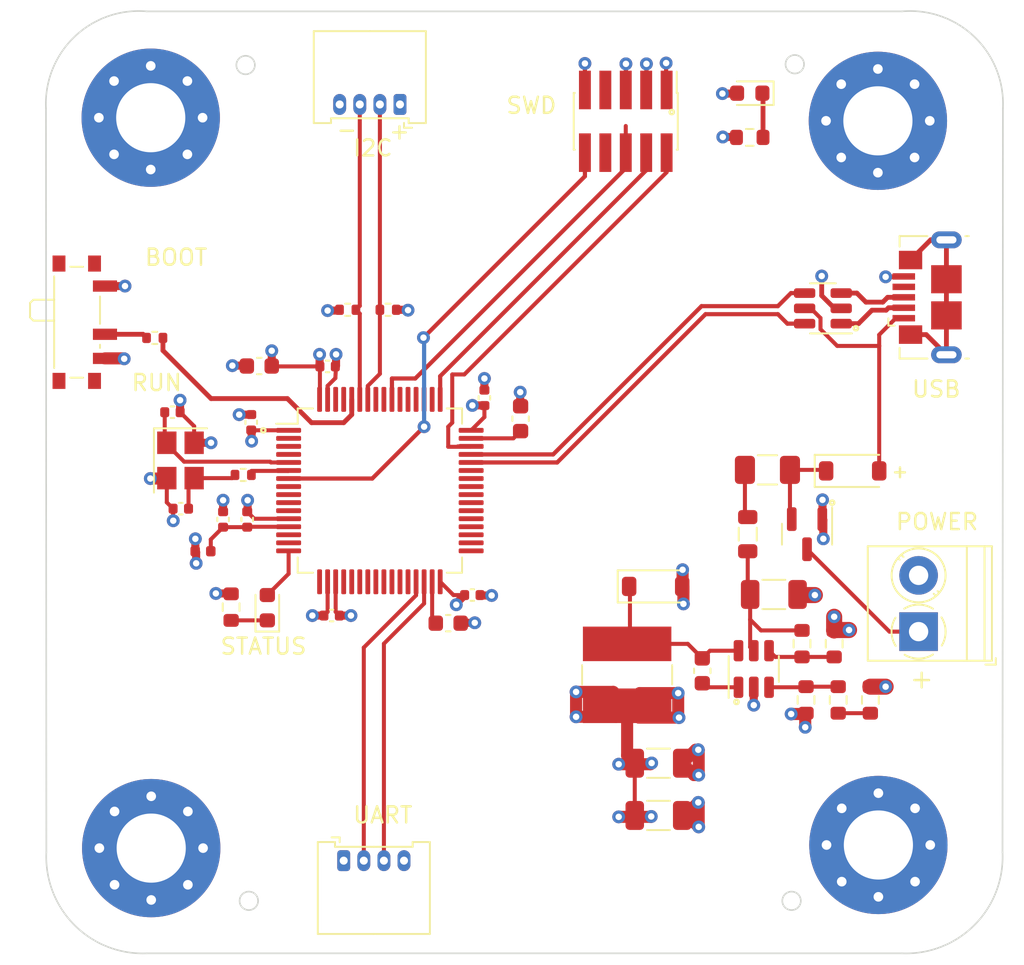
<source format=kicad_pcb>
(kicad_pcb (version 20221018) (generator pcbnew)
  (title_block (date "2023-07-29"))
  (layers (0 "F.Cu" signal) (1 "In1.Cu" power) (2 "In2.Cu" power) (31 "B.Cu" signal) (34 "B.Paste" user) (35 "F.Paste" user) (36 "B.SilkS" user "B.Silkscreen") (37 "F.SilkS" user "F.Silkscreen") (38 "B.Mask" user) (39 "F.Mask" user) (44 "Edge.Cuts" user))
  (net 0 "")
  (net 1 "Net-(U1-VCAP_2)")
  (net 2 "GND")
  (net 3 "Net-(U1-VCAP_1)")
  (net 4 "+3.3V")
  (net 5 "HSE_IN")
  (net 6 "Net-(C12-Pad1)")
  (net 7 "BUCK_IN")
  (net 8 "BUCK_BST")
  (net 9 "BUCK_SW")
  (net 10 "Net-(D1-K)")
  (net 11 "LED_STATUS")
  (net 12 "Net-(D3-K)")
  (net 13 "+5V")
  (net 14 "Net-(D4-K)")
  (net 15 "+12V")
  (net 16 "SWDIO")
  (net 17 "SWCLK")
  (net 18 "SWO")
  (net 19 "unconnected-(J2-Pin_7-Pad7)")
  (net 21 "NRST")
  (net 22 "I2C1_SCL")
  (net 23 "I2C1_SDA")
  (net 24 "USART3_TX")
  (net 25 "USART3_RX")
  (net 26 "USB_CONN_D-")
  (net 27 "USB_CONN_D+")
  (net 29 "unconnected-(J5-Shield-Pad6)")
  (net 30 "BUCK_FB")
  (net 31 "BUCK_EN")
  (net 32 "BOOT0")
  (net 33 "Net-(SW1-B)")
  (net 34 "HSE_OUT")
  (net 35 "Net-(R7-Pad2)")
  (net 43 "+3.3VA")
  (net 67 "USB_D-")
  (net 68 "USB_D+")
  (net 78 "Net-(F1-Pad1)")
  (footprint "Connector_Molex:Molex_PicoBlade_53048-0410_1x04_P1.25mm_Horizontal" (layer "F.Cu") (at 131.5 82.45 180)
    (fp_text reference "J3")
    (fp_text value "Conn_01x04")
  )
  (footprint "Inductor_SMD:L_TracoPower_TCK-047_5.2x5.8mm" (layer "F.Cu") (at 145.625 117.9375 -90)
    (fp_text reference "L2")
    (fp_text value "10u")
  )
  (footprint "Capacitor_SMD:C_0402_1005Metric" (layer "F.Cu") (at 117.87 107.6 180)
    (fp_text reference "C12")
    (fp_text value "12p")
  )
  (footprint "Capacitor_SMD:C_1206_3216Metric" (layer "F.Cu") (at 147.575 123.4375 180)
    (fp_text reference "C15")
    (fp_text value "10u")
  )
  (footprint "Capacitor_SMD:C_0402_1005Metric" (layer "F.Cu") (at 127.25 114.25 180)
    (fp_text reference "C5")
    (fp_text value "100n")
  )
  (footprint "MountingHole:MountingHole_4.3mm_M4_Pad_Via" (layer "F.Cu") (at 161.25 128.525)
    (fp_text reference "H2")
    (fp_text value "MountingHole_Pad")
  )
  (footprint "Resistor_SMD:R_0402_1005Metric" (layer "F.Cu") (at 121.75 105.5 180)
    (fp_text reference "R2")
    (fp_text value "47")
  )
  (footprint "Inductor_SMD:L_0805_2012Metric" (layer "F.Cu") (at 153.125 109.1875 90)
    (fp_text reference "FB1")
    (fp_text value "600 @ 600MHz")
  )
  (footprint "Inductor_SMD:L_0402_1005Metric" (layer "F.Cu") (at 119.25 110.25)
    (fp_text reference "L1")
    (fp_text value "39n")
  )
  (footprint "Resistor_SMD:R_0603_1608Metric" (layer "F.Cu") (at 156.5 116 -90)
    (fp_text reference "R4")
    (fp_text value "100k")
  )
  (footprint "Resistor_SMD:R_0603_1608Metric" (layer "F.Cu") (at 158.75 119.5 -90)
    (fp_text reference "R7")
    (fp_text value "15k")
  )
  (footprint "Package_TO_SOT_SMD:SOT-23-6" (layer "F.Cu") (at 157.8 95.1375 180)
    (fp_text reference "U2")
    (fp_text value "USBLC6-2SC6")
  )
  (footprint "Resistor_SMD:R_0603_1608Metric" (layer "F.Cu") (at 160.75 119.5 90)
    (fp_text reference "R8")
    (fp_text value "270")
  )
  (footprint "Capacitor_SMD:C_1206_3216Metric" (layer "F.Cu") (at 147.575 126.6875 180)
    (fp_text reference "C17")
    (fp_text value "10u")
  )
  (footprint "Capacitor_SMD:C_0402_1005Metric" (layer "F.Cu") (at 117.35 101.6)
    (fp_text reference "C11")
    (fp_text value "12p")
  )
  (footprint "LED_SMD:LED_0603_1608Metric" (layer "F.Cu") (at 123.25 113.7625 90)
    (fp_text reference "D1")
    (fp_text value "BLUE")
  )
  (footprint "TerminalBlock_Phoenix:TerminalBlock_Phoenix_PT-1,5-2-3.5-H_1x02_P3.50mm_Horizontal" (layer "F.Cu") (at 163.75 115.25 90)
    (fp_text reference "J1")
    (fp_text value "Screw_Terminal_01x02")
  )
  (footprint "Resistor_SMD:R_0402_1005Metric" (layer "F.Cu") (at 130.76 95.225 180)
    (fp_text reference "R9")
    (fp_text value "2k2")
  )
  (footprint "Capacitor_SMD:C_0603_1608Metric" (layer "F.Cu") (at 134.5 114.725)
    (fp_text reference "C2")
    (fp_text value "2u2")
  )
  (footprint "Resistor_SMD:R_0603_1608Metric" (layer "F.Cu") (at 156.75 119.5 90)
    (fp_text reference "R6")
    (fp_text value "47k")
  )
  (footprint "Crystal:Crystal_SMD_3225-4Pin_3.2x2.5mm" (layer "F.Cu") (at 117.85 104.6 -90)
    (fp_text reference "Y1")
    (fp_text value "16MHz")
  )
  (footprint "LED_SMD:LED_0603_1608Metric" (layer "F.Cu") (at 153.25 81.75 180)
    (fp_text reference "D4")
    (fp_text value "RED")
  )
  (footprint "Package_TO_SOT_SMD:SOT-23-6" (layer "F.Cu") (at 153.5 117.575 90)
    (fp_text reference "MP2359DJ-LF-Z1")
    (fp_text value "~")
  )
  (footprint "Diode_SMD:D_SOD-123" (layer "F.Cu") (at 159.65 105.25)
    (fp_text reference "D3")
    (fp_text value "B5819W")
  )
  (footprint "Capacitor_SMD:C_0402_1005Metric" (layer "F.Cu") (at 122.25 102.225 90)
    (fp_text reference "C4")
    (fp_text value "100n")
  )
  (footprint "Fuse:Fuse_1206_3216Metric" (layer "F.Cu") (at 154.35 105.1875)
    (fp_text reference "F1")
    (fp_text value "250mA")
  )
  (footprint "Capacitor_SMD:C_0402_1005Metric" (layer "F.Cu") (at 122 108.27 90)
    (fp_text reference "C10")
    (fp_text value "10n")
  )
  (footprint "Capacitor_SMD:C_0402_1005Metric" (layer "F.Cu") (at 136.75 100.705 90)
    (fp_text reference "C7")
    (fp_text value "100n")
  )
  (footprint "Resistor_SMD:R_0603_1608Metric" (layer "F.Cu") (at 121 113.725 -90)
    (fp_text reference "R3")
    (fp_text value "1k5")
  )
  (footprint "Capacitor_SMD:C_1206_3216Metric" (layer "F.Cu") (at 154.75 112.9375)
    (fp_text reference "C13")
    (fp_text value "10u")
  )
  (footprint "MountingHole:MountingHole_4.3mm_M4_Pad_Via" (layer "F.Cu") (at 116.030419 128.719581)
    (fp_text reference "H4")
    (fp_text value "MountingHole_Pad")
  )
  (footprint "MountingHole:MountingHole_4.3mm_M4_Pad_Via" (layer "F.Cu") (at 161.219581 83.469581)
    (fp_text reference "H1")
    (fp_text value "MountingHole_Pad")
  )
  (footprint "Capacitor_SMD:C_0402_1005Metric" (layer "F.Cu") (at 136 112.975)
    (fp_text reference "C6")
    (fp_text value "100n")
  )
  (footprint "Capacitor_SMD:C_0402_1005Metric" (layer "F.Cu") (at 120.5 108.27 90)
    (fp_text reference "C9")
    (fp_text value "1u")
  )
  (footprint "Package_QFP:LQFP-64_10x10mm_P0.5mm" (layer "F.Cu") (at 130.25 106.475)
    (fp_text reference "U1")
    (fp_text value "STM32F405RGT6")
  )
  (footprint "Connector_Molex:Molex_PicoBlade_53048-0410_1x04_P1.25mm_Horizontal" (layer "F.Cu") (at 128 129.5)
    (fp_text reference "J4")
    (fp_text value "Conn_01x04")
  )
  (footprint "Capacitor_SMD:C_0603_1608Metric" (layer "F.Cu") (at 150.3 117.6875 90)
    (fp_text reference "C14")
    (fp_text value "10n")
  )
  (footprint "Diode_SMD:D_SOD-123" (layer "F.Cu") (at 147.4 112.4375)
    (fp_text reference "D2")
    (fp_text value "B5819W")
  )
  (footprint "Connector_PinHeader_1.27mm:PinHeader_2x05_P1.27mm_Vertical_SMD" (layer "F.Cu") (at 145.54 83.5 -90)
    (fp_text reference "J2")
    (fp_text value "SWD")
  )
  (footprint "Capacitor_SMD:C_0603_1608Metric" (layer "F.Cu") (at 139 102 90)
    (fp_text reference "C1")
    (fp_text value "2u2")
  )
  (footprint "Capacitor_SMD:C_0402_1005Metric" (layer "F.Cu") (at 127 98.75)
    (fp_text reference "C8")
    (fp_text value "100n")
  )
  (footprint "Capacitor_SMD:C_0603_1608Metric" (layer "F.Cu") (at 122.75 98.725 180)
    (fp_text reference "C3")
    (fp_text value "4u7")
  )
  (footprint "Button_Switch_SMD:SW_SPDT_PCM12" (layer "F.Cu") (at 111.725 96 -90)
    (fp_text reference "SW1")
    (fp_text value "SW_SPDT")
  )
  (footprint "Connector_USB:USB_Micro-B_GCT_USB3076-30-A" (layer "F.Cu") (at 164.28 94.45 90)
    (fp_text reference "J5")
    (fp_text value "USB_B_Micro")
  )
  (footprint "MountingHole:MountingHole_4.3mm_M4_Pad_Via" (layer "F.Cu") (at 116 83.275)
    (fp_text reference "H3")
    (fp_text value "MountingHole_Pad")
  )
  (footprint "Resistor_SMD:R_0402_1005Metric" (layer "F.Cu") (at 128.25 95.225)
    (fp_text reference "R10")
    (fp_text value "2k2")
  )
  (footprint "Package_TO_SOT_SMD:SOT-23" (layer "F.Cu") (at 156.8125 109.1875 -90)
    (fp_text reference "Q1")
    (fp_text value "AO3401A")
  )
  (footprint "Resistor_SMD:R_0402_1005Metric" (layer "F.Cu") (at 116.25 96.975 180)
    (fp_text reference "R1")
    (fp_text value "10k")
  )
  (footprint "Resistor_SMD:R_0603_1608Metric" (layer "F.Cu") (at 158.5 116 90)
    (fp_text reference "R5")
    (fp_text value "68k")
  )
  (footprint "Resistor_SMD:R_0603_1608Metric" (layer "F.Cu") (at 153.25 84.5 180)
    (fp_text reference "R11")
    (fp_text value "1k")
  )
  (gr_circle (center 158.375 107.225) (end 158.425 107.25) (stroke (width 0.15)) (fill none) (layer "F.SilkS"))
  (gr_circle (center 152.425 119.625) (end 152.475 119.65) (stroke (width 0.15)) (fill none) (layer "F.SilkS"))
  (gr_circle (center 123 102.725) (end 123.05 102.75) (stroke (width 0.15)) (fill none) (layer "F.SilkS"))
  (gr_circle (center 148.4 82.925) (end 148.45 82.95) (stroke (width 0.15)) (fill none) (layer "F.SilkS"))
  (gr_circle (center 159.85 96.375) (end 159.9 96.4) (stroke (width 0.15)) (fill none) (layer "F.SilkS"))
  (gr_arc (start 109.485364 82.684852) (mid 111.25 78.25) (end 115.750529 76.66032) (stroke (width 0.1)) (layer "Edge.Cuts"))
  (gr_line (start 115.750529 76.66032) (end 162.728301 76.66032) (stroke (width 0.1)) (layer "Edge.Cuts"))
  (gr_circle (center 155.85 132) (end 156.426 132) (stroke (width 0.1)) (fill none) (layer "Edge.Cuts"))
  (gr_line (start 109.485364 82.684852) (end 109.510507 128.980671) (stroke (width 0.1)) (layer "Edge.Cuts"))
  (gr_arc (start 162.728301 76.66032) (mid 167.228831 78.25) (end 168.993466 82.684852) (stroke (width 0.1)) (layer "Edge.Cuts"))
  (gr_line (start 115.758916 135.26631) (end 162.719914 135.26631) (stroke (width 0.1)) (layer "Edge.Cuts"))
  (gr_circle (center 122.1 132) (end 122.676 132) (stroke (width 0.1)) (fill none) (layer "Edge.Cuts"))
  (gr_line (start 168.968323 128.980671) (end 168.993466 82.684852) (stroke (width 0.1)) (layer "Edge.Cuts"))
  (gr_circle (center 121.9 80) (end 122.476 80) (stroke (width 0.1)) (fill none) (layer "Edge.Cuts"))
  (gr_arc (start 115.758916 135.26631) (mid 111.25 133.5) (end 109.510507 128.980671) (stroke (width 0.1)) (layer "Edge.Cuts"))
  (gr_arc (start 168.968323 128.980671) (mid 167.22883 133.5) (end 162.719914 135.26631) (stroke (width 0.1)) (layer "Edge.Cuts"))
  (gr_circle (center 156.05 79.95) (end 156.626 79.95) (stroke (width 0.1)) (fill none) (layer "Edge.Cuts"))
  (gr_text "RUN\n" (at 114.725 100.35) (layer "F.SilkS") (effects (font (size 1 1)) (justify left bottom)))
  (gr_text "-" (at 127.475 84.6) (layer "F.SilkS") (effects (font (size 1 1)) (justify left bottom)))
  (gr_text "+" (at 163.1 118.875) (layer "F.SilkS") (effects (font (size 1.2 1.2)) (justify left bottom)))
  (gr_text "+" (at 130.75 84.7) (layer "F.SilkS") (effects (font (size 1 1)) (justify left bottom)))
  (gr_text "BOOT\n" (at 115.55 92.55) (layer "F.SilkS") (effects (font (size 1 1)) (justify left bottom)))
  (gr_text "+" (at 162 105.75) (layer "F.SilkS") (effects (font (size 0.8 0.8)) (justify left bottom)))
  (gr_text "I2C\n" (at 128.5 85.75) (layer "F.SilkS") (effects (font (size 1 1)) (justify left bottom)))
  (gr_text "SWD" (at 138.025 83.1) (layer "F.SilkS") (effects (font (size 1 1)) (justify left bottom)))
  (gr_text "STATUS" (at 120.25 116.75) (layer "F.SilkS") (effects (font (size 1 1)) (justify left bottom)))
  (gr_text "POWER" (at 162.25 109) (layer "F.SilkS") (effects (font (size 1 1)) (justify left bottom)))
  (gr_text "USB\n" (at 163.25 100.75) (layer "F.SilkS") (effects (font (size 1 1)) (justify left bottom)))
  (gr_text "UART\n" (at 128.5 127.25) (layer "F.SilkS") (effects (font (size 1 1)) (justify left bottom)))
  (segment (start 138.55 103.225) (end 135.925 103.225) (width 0.25) (layer "F.Cu") (net 1))
  (segment (start 139 102.775) (end 138.55 103.225) (width 0.25) (layer "F.Cu") (net 1))
  (segment (start 143 79.9) (end 143 81.55) (width 0.26) (layer "F.Cu") (net 2))
  (segment (start 136.15 114.7) (end 135.3 114.7) (width 0.5) (layer "F.Cu") (net 2))
  (segment (start 127 114.02) (end 126.77 114.25) (width 0.25) (layer "F.Cu") (net 2))
  (segment (start 150.075 124.175) (end 149.7875 124.175) (width 0.75) (layer "F.Cu") (net 2))
  (segment (start 120.05 112.875) (end 120.975 112.875) (width 0.5) (layer "F.Cu") (net 2))
  (segment (start 122.025 107.075) (end 122.025 107.765) (width 0.5) (layer "F.Cu") (net 2))
  (segment (start 117.825 101.595) (end 117.83 101.6) (width 0.5) (layer "F.Cu") (net 2))
  (segment (start 158.5 114.325) (end 158.5 115.175) (width 1) (layer "F.Cu") (net 2))
  (segment (start 152.4 84.475) (end 152.425 84.5) (width 0.5) (layer "F.Cu") (net 2))
  (segment (start 127.525 98.725) (end 127.48 99.479315) (width 0.25) (layer "F.Cu") (net 2))
  (segment (start 149.3625 126.6875) (end 150.075 127.4) (width 0.75) (layer "F.Cu") (net 2))
  (segment (start 150.075 125.9) (end 150.05 125.875) (width 0.75) (layer "F.Cu") (net 2))
  (segment (start 146.825 79.925) (end 146.825 81.535) (width 0.26) (layer "F.Cu") (net 2))
  (segment (start 117.83 101.6) (end 118.7 102.47) (width 0.25) (layer "F.Cu") (net 2))
  (segment (start 138.975 101.2) (end 139 101.225) (width 0.5) (layer "F.Cu") (net 2))
  (segment (start 116.975 105.725) (end 117 105.7) (width 0.75) (layer "F.Cu") (net 2))
  (segment (start 142.975 81.675) (end 143 81.7) (width 0.5) (layer "F.Cu") (net 2))
  (segment (start 149.7875 124.175) (end 149.05 123.4375) (width 0.75) (layer "F.Cu") (net 2))
  (segment (start 149.05 126.6875) (end 149.3625 126.6875) (width 0.75) (layer "F.Cu") (net 2))
  (segment (start 150.075 127.4) (end 150.075 125.9) (width 0.75) (layer "F.Cu") (net 2))
  (segment (start 114.325 98.25) (end 114.35 98.275) (width 0.75) (layer "F.Cu") (net 2))
  (segment (start 149.075 112.4125) (end 149.05 112.4375) (width 0.75) (layer "F.Cu") (net 2))
  (segment (start 150.075 122.625) (end 150.05 122.6) (width 0.75) (layer "F.Cu") (net 2))
  (segment (start 117.39 107.6) (end 117.39 108.34) (width 0.25) (layer "F.Cu") (net 2))
  (segment (start 122.435 108.225) (end 122 107.79) (width 0.25) (layer "F.Cu") (net 2))
  (segment (start 121.95 98.7) (end 121.975 98.725) (width 0.5) (layer "F.Cu") (net 2))
  (segment (start 149.8875 122.6) (end 149.05 123.4375) (width 0.75) (layer "F.Cu") (net 2))
  (segment (start 122.025 107.765) (end 122 107.79) (width 0.5) (layer "F.Cu") (net 2))
  (segment (start 149.125 112.5125) (end 149.05 112.4375) (width 0.75) (layer "F.Cu") (net 2))
  (segment (start 161.7 93.175) (end 162.805 93.175) (width 0.3) (layer "F.Cu") (net 2))
  (segment (start 117 107.21) (end 117.39 107.6) (width 0.25) (layer "F.Cu") (net 2))
  (segment (start 119.75 103.5) (end 118.7 103.5) (width 0.5) (layer "F.Cu") (net 2))
  (segment (start 157.825 109.475) (end 157.825 108.3125) (width 0.5) (layer "F.Cu") (net 2))
  (segment (start 159.425 115.15) (end 158.525 115.15) (width 1) (layer "F.Cu") (net 2))
  (segment (start 158.9375 95.1375) (end 158.517893 95.1375) (width 0.3) (layer "F.Cu") (net 2))
  (segment (start 117.39 108.34) (end 117.4 108.35) (width 0.25) (layer "F.Cu") (net 2))
  (segment (start 162.805 93.175) (end 162.83 93.15) (width 0.3) (layer "F.Cu") (net 2))
  (segment (start 135.3 114.7) (end 135.275 114.725) (width 0.5) (layer "F.Cu") (net 2))
  (segment (start 145.55 81.54) (end 145.54 81.55) (width 0.26) (layer "F.Cu") (net 2))
  (segment (start 138.975 100.35) (end 138.975 101.2) (width 0.5) (layer "F.Cu") (net 2))
  (segment (start 145.55 79.925) (end 145.55 81.54) (width 0.26) (layer "F.Cu") (net 2))
  (segment (start 118.7 102.47) (end 118.7 103.5) (width 0.25) (layer "F.Cu") (net 2))
  (segment (start 120.975 112.875) (end 121 112.9) (width 0.5) (layer "F.Cu") (net 2))
  (segment (start 115.975 105.725) (end 116.975 105.725) (width 0.75) (layer "F.Cu") (net 2))
  (segment (start 136.505 113) (end 136.48 112.975) (width 0.5) (layer "F.Cu") (net 2))
  (segment (start 122.245 101.75) (end 122.25 101.745) (width 0.5) (layer "F.Cu") (net 2))
  (segment (start 149.075 111.4) (end 149.075 112.4125) (width 0.75) (layer "F.Cu") (net 2))
  (segment (start 127 112.15) (end 127 114.02) (width 0.25) (layer "F.Cu") (net 2))
  (segment (start 158.517893 95.1375) (end 157.725 94.344607) (width 0.3) (layer "F.Cu") (net 2))
  (segment (start 161.7 118.675) (end 160.75 118.675) (width 1) (layer "F.Cu") (net 2))
  (segment (start 127.48 98.75) (end 127.525 98.725) (width 0.25) (layer "F.Cu") (net 2))
  (segment (start 157.775 107.05) (end 157.775 108.2375) (width 0.5) (layer "F.Cu") (net 2))
  (segment (start 150.05 122.6) (end 149.8875 122.6) (width 0.75) (layer "F.Cu") (net 2))
  (segment (start 149.2375 126.6875) (end 150.05 125.875) (width 0.75) (layer "F.Cu") (net 2))
  (segment (start 121.5 101.75) (end 122.245 101.75) (width 0.5) (layer "F.Cu") (net 2))
  (segment (start 127 99.959315) (end 127 100.8) (width 0.25) (layer "F.Cu") (net 2))
  (segment (start 149.05 126.6875) (end 149.2375 126.6875) (width 0.75) (layer "F.Cu") (net 2))
  (segment (start 150.075 124.175) (end 150.075 122.625) (width 0.75) (layer "F.Cu") (net 2))
  (segment (start 157.775 108.2375) (end 157.7625 108.25) (width 0.5) (layer "F.Cu") (net 2))
  (segment (start 137.2 113) (end 136.505 113) (width 0.5) (layer "F.Cu") (net 2))
  (segment (start 121.075 98.7) (end 121.95 98.7) (width 0.5) (layer "F.Cu") (net 2))
  (segment (start 156.2625 112.975) (end 156.225 112.9375) (width 1) (layer "F.Cu") (net 2))
  (segment (start 127.525 98) (end 127.525 98.705) (width 0.5) (layer "F.Cu") (net 2))
  (segment (start 157.825 108.3125) (end 157.7625 108.25) (width 0.5) (layer "F.Cu") (net 2))
  (segment (start 149.125 113.525) (end 149.125 112.5125) (width 0.75) (layer "F.Cu") (net 2))
  (segment (start 127.48 99.479315) (end 127 99.959315) (width 0.25) (layer "F.Cu") (net 2))
  (segment (start 145.575 81.665) (end 145.54 81.7) (width 0.5) (layer "F.Cu") (net 2))
  (segment (start 157.725 94.344607) (end 157.725 93.125) (width 0.3) (layer "F.Cu") (net 2))
  (segment (start 120.5 107.075) (end 120.5 107.79) (width 0.5) (layer "F.Cu") (net 2))
  (segment (start 153.5 119.825) (end 153.5 118.7125) (width 0.5) (layer "F.Cu") (net 2))
  (segment (start 136.75 99.5) (end 136.75 100.225) (width 0.5) (layer "F.Cu") (net 2))
  (segment (start 117 105.7) (end 117 107.21) (width 0.25) (layer "F.Cu") (net 2))
  (segment (start 157.3 112.975) (end 156.2625 112.975) (width 1) (layer "F.Cu") (net 2))
  (segment (start 124.575 108.225) (end 122.435 108.225) (width 0.25) (layer "F.Cu") (net 2))
  (segment (start 151.575 84.475) (end 152.4 84.475) (width 0.5) (layer "F.Cu") (net 2))
  (segment (start 158.525 115.15) (end 158.5 115.175) (width 1) (layer "F.Cu") (net 2))
  (segment (start 126.05 114.25) (end 126.77 114.25) (width 0.5) (layer "F.Cu") (net 2))
  (segment (start 146.825 81.535) (end 146.81 81.55) (width 0.26) (layer "F.Cu") (net 2))
  (segment (start 113.155 98.25) (end 114.325 98.25) (width 0.75) (layer "F.Cu") (net 2))
  (segment (start 127.525 98.705) (end 127.48 98.75) (width 0.5) (layer "F.Cu") (net 2))
  (segment (start 117.825 100.85) (end 117.825 101.595) (width 0.5) (layer "F.Cu") (net 2))
  (via (at 149.075 111.4) (size 0.8) (drill 0.4) (layers "F.Cu" "B.Cu") (net 2))
  (via (at 136.15 114.7) (size 0.8) (drill 0.4) (layers "F.Cu" "B.Cu") (net 2))
  (via (at 159.425 115.15) (size 0.8) (drill 0.4) (layers "F.Cu" "B.Cu") (net 2))
  (via (at 157.725 93.125) (size 0.8) (drill 0.4) (layers "F.Cu" "B.Cu") (net 2))
  (via (at 138.975 100.35) (size 0.8) (drill 0.4) (layers "F.Cu" "B.Cu") (net 2))
  (via (at 161.7 118.675) (size 0.8) (drill 0.4) (layers "F.Cu" "B.Cu") (net 2))
  (via (at 120.05 112.875) (size 0.8) (drill 0.4) (layers "F.Cu" "B.Cu") (net 2))
  (via (at 149.125 113.525) (size 0.8) (drill 0.4) (layers "F.Cu" "B.Cu") (net 2))
  (via (at 114.35 98.275) (size 0.8) (drill 0.4) (layers "F.Cu" "B.Cu") (net 2))
  (via (at 121.5 101.75) (size 0.8) (drill 0.4) (layers "F.Cu" "B.Cu") (net 2))
  (via (at 153.5 119.825) (size 0.8) (drill 0.4) (layers "F.Cu" "B.Cu") (net 2))
  (via (at 145.55 79.925) (size 0.8) (drill 0.4) (layers "F.Cu" "B.Cu") (net 2))
  (via (at 136.75 99.5) (size 0.8) (drill 0.4) (layers "F.Cu" "B.Cu") (net 2))
  (via (at 150.075 127.4) (size 0.8) (drill 0.4) (layers "F.Cu" "B.Cu") (net 2))
  (via (at 117.4 108.35) (size 0.8) (drill 0.4) (layers "F.Cu" "B.Cu") (net 2))
  (via (at 117.825 100.85) (size 0.8) (drill 0.4) (layers "F.Cu" "B.Cu") (net 2))
  (via (at 151.575 84.475) (size 0.8) (drill 0.4) (layers "F.Cu" "B.Cu") (net 2))
  (via (at 158.5 114.325) (size 0.8) (drill 0.4) (layers "F.Cu" "B.Cu") (net 2))
  (via (at 157.775 107.05) (size 0.8) (drill 0.4) (layers "F.Cu" "B.Cu") (net 2))
  (via (at 150.075 124.175) (size 0.8) (drill 0.4) (layers "F.Cu" "B.Cu") (net 2))
  (via (at 137.2 113) (size 0.8) (drill 0.4) (layers "F.Cu" "B.Cu") (net 2))
  (via (at 122.025 107.075) (size 0.8) (drill 0.4) (layers "F.Cu" "B.Cu") (net 2))
  (via (at 115.975 105.725) (size 0.8) (drill 0.4) (layers "F.Cu" "B.Cu") (net 2))
  (via (at 157.3 112.975) (size 0.8) (drill 0.4) (layers "F.Cu" "B.Cu") (net 2))
  (via (at 120.5 107.075) (size 0.8) (drill 0.4) (layers "F.Cu" "B.Cu") (net 2))
  (via (at 157.825 109.475) (size 0.8) (drill 0.4) (layers "F.Cu" "B.Cu") (net 2))
  (via (at 119.75 103.5) (size 0.8) (drill 0.4) (layers "F.Cu" "B.Cu") (net 2))
  (via (at 121.075 98.7) (size 0.8) (drill 0.4) (layers "F.Cu" "B.Cu") (net 2))
  (via (at 146.825 79.925) (size 0.8) (drill 0.4) (layers "F.Cu" "B.Cu") (net 2))
  (via (at 126.05 114.25) (size 0.8) (drill 0.4) (layers "F.Cu" "B.Cu") (net 2))
  (via (at 161.7 93.175) (size 0.8) (drill 0.4) (layers "F.Cu" "B.Cu") (net 2))
  (via (at 143 79.9) (size 0.8) (drill 0.4) (layers "F.Cu" "B.Cu") (net 2))
  (via (at 127.525 98) (size 0.8) (drill 0.4) (layers "F.Cu" "B.Cu") (net 2))
  (via (at 150.05 125.875) (size 0.8) (drill 0.4) (layers "F.Cu" "B.Cu") (net 2))
  (via (at 150.05 122.6) (size 0.8) (drill 0.4) (layers "F.Cu" "B.Cu") (net 2))
  (segment (start 133.725 114.725) (end 133.5 114.5) (width 0.25) (layer "F.Cu") (net 3))
  (segment (start 133.5 114.5) (end 133.5 112.15) (width 0.25) (layer "F.Cu") (net 3))
  (segment (start 148.05 81.52) (end 148.08 81.55) (width 0.26) (layer "F.Cu") (net 4))
  (segment (start 124.575 102.725) (end 122.27 102.725) (width 0.25) (layer "F.Cu") (net 4))
  (segment (start 156.7 120.375) (end 156.75 120.325) (width 0.75) (layer "F.Cu") (net 4))
  (segment (start 152.4375 81.775) (end 152.4625 81.75) (width 0.5) (layer "F.Cu") (net 4))
  (segment (start 142.45 119) (end 142.45 120.55) (width 0.75) (layer "F.Cu") (net 4))
  (segment (start 127 95.275) (end 127.69 95.275) (width 0.5) (layer "F.Cu") (net 4))
  (segment (start 114.4 93.75) (end 113.155 93.75) (width 0.5) (layer "F.Cu") (net 4))
  (segment (start 147.1 126.775) (end 147.125 126.75) (width 0.75) (layer "F.Cu") (net 4))
  (segment (start 151.55 81.775) (end 152.4375 81.775) (width 0.5) (layer "F.Cu") (net 4))
  (segment (start 131.27 95.225) (end 131.975 95.225) (width 0.5) (layer "F.Cu") (net 4))
  (segment (start 148.8 119.075) (end 146.4125 119.075) (width 0.75) (layer "F.Cu") (net 4))
  (segment (start 126.52 100.78) (end 126.5 100.8) (width 0.25) (layer "F.Cu") (net 4))
  (segment (start 126.5 98) (end 126.5 98.73) (width 0.5) (layer "F.Cu") (net 4))
  (segment (start 155.825 120.375) (end 156.7 120.375) (width 0.75) (layer "F.Cu") (net 4))
  (segment (start 131.975 95.225) (end 132 95.25) (width 0.5) (layer "F.Cu") (net 4))
  (segment (start 142.45 119) (end 144.7625 119) (width 0.75) (layer "F.Cu") (net 4))
  (segment (start 148.8 119.075) (end 148.8 120.55) (width 0.75) (layer "F.Cu") (net 4))
  (segment (start 136.75 101.185) (end 136.75 101.9) (width 0.25) (layer "F.Cu") (net 4))
  (segment (start 136 101.175) (end 136.74 101.175) (width 0.5) (layer "F.Cu") (net 4))
  (segment (start 146.1 123.4375) (end 146.1 126.6875) (width 0.25) (layer "F.Cu") (net 4))
  (segment (start 134.825 112.975) (end 134 112.15) (width 0.25) (layer "F.Cu") (net 4))
  (segment (start 126.5 98.73) (end 126.52 98.75) (width 0.5) (layer "F.Cu") (net 4))
  (segment (start 147.075 123.5) (end 147.15 123.425) (width 0.75) (layer "F.Cu") (net 4))
  (segment (start 145.625 122.9625) (end 146.1 123.4375) (width 0.75) (layer "F.Cu") (net 4))
  (segment (start 135 113.575) (end 135 113.495) (width 0.5) (layer "F.Cu") (net 4))
  (segment (start 118.775 110.24) (end 118.765 110.25) (width 0.5) (layer "F.Cu") (net 4))
  (segment (start 142.45 120.55) (end 144.9375 120.55) (width 0.75) (layer "F.Cu") (net 4))
  (segment (start 135.52 112.975) (end 134.825 112.975) (width 0.25) (layer "F.Cu") (net 4))
  (segment (start 122.27 102.725) (end 122.25 102.705) (width 0.25) (layer "F.Cu") (net 4))
  (segment (start 146.3625 120.6) (end 145.625 119.8625) (width 0.75) (layer "F.Cu") (net 4))
  (segment (start 126.52 98.75) (end 126.52 100.78) (width 0.25) (layer "F.Cu") (net 4))
  (segment (start 118.775 109.475) (end 118.775 110.24) (width 0.5) (layer "F.Cu") (net 4))
  (segment (start 145.1 126.775) (end 147.1 126.775) (width 0.75) (layer "F.Cu") (net 4))
  (segment (start 148.05 79.875) (end 148.05 81.52) (width 0.26) (layer "F.Cu") (net 4))
  (segment (start 145.8 123.1375) (end 145.8 119.8625) (width 0.25) (layer "F.Cu") (net 4))
  (segment (start 136.75 101.9) (end 135.925 102.725) (width 0.25) (layer "F.Cu") (net 4))
  (segment (start 146.4125 119.075) (end 145.625 119.8625) (width 0.75) (layer "F.Cu") (net 4))
  (segment (start 145.5875 120.075) (end 145.8 119.8625) (width 0.5) (layer "F.Cu") (net 4))
  (segment (start 128.45 114.25) (end 127.73 114.25) (width 0.5) (layer "F.Cu") (net 4))
  (segment (start 122.275 103.4) (end 122.275 102.73) (width 0.5) (layer "F.Cu") (net 4))
  (segment (start 127.5 112.15) (end 127.5 114.02) (width 0.25) (layer "F.Cu") (net 4))
  (segment (start 123.525 97.775) (end 123.525 98.725) (width 0.5) (layer "F.Cu") (net 4))
  (segment (start 156.7 121.2) (end 156.7 120.375) (width 0.75) (layer "F.Cu") (net 4))
  (segment (start 122.275 102.73) (end 122.25 102.705) (width 0.5) (layer "F.Cu") (net 4))
  (segment (start 145.1 123.5) (end 147.075 123.5) (width 0.75) (layer "F.Cu") (net 4))
  (segment (start 148.05 81.67) (end 148.08 81.7) (width 0.5) (layer "F.Cu") (net 4))
  (segment (start 118.825 110.31) (end 118.765 110.25) (width 0.5) (layer "F.Cu") (net 4))
  (segment (start 135 113.495) (end 135.52 112.975) (width 0.5) (layer "F.Cu") (net 4))
  (segment (start 146.1 123.4375) (end 145.8 123.1375) (width 0.25) (layer "F.Cu") (net 4))
  (segment (start 123.55 98.75) (end 126.52 98.75) (width 0.25) (layer "F.Cu") (net 4))
  (segment (start 144.9375 120.55) (end 145.625 119.8625) (width 0.75) (layer "F.Cu") (net 4))
  (segment (start 148.8 120.55) (end 148.85 120.6) (width 0.75) (layer "F.Cu") (net 4))
  (segment (start 127.69 95.275) (end 127.74 95.225) (width 0.5) (layer "F.Cu") (net 4))
  (segment (start 148.85 120.6) (end 146.3625 120.6) (width 0.75) (layer "F.Cu") (net 4))
  (segment (start 145.625 119.8625) (end 145.625 122.9625) (width 0.75) (layer "F.Cu") (net 4))
  (segment (start 127.5 114.02) (end 127.73 114.25) (width 0.25) (layer "F.Cu") (net 4))
  (segment (start 144.7625 119) (end 145.625 119.8625) (width 0.75) (layer "F.Cu") (net 4))
  (segment (start 118.825 111) (end 118.825 110.31) (width 0.5) (layer "F.Cu") (net 4))
  (segment (start 123.525 98.725) (end 123.55 98.75) (width 0.25) (layer "F.Cu") (net 4))
  (segment (start 136.74 101.175) (end 136.75 101.185) (width 0.5) (layer "F.Cu") (net 4))
  (via (at 148.05 79.875) (size 0.8) (drill 0.4) (layers "F.Cu" "B.Cu") (net 4))
  (via (at 135 113.575) (size 0.8) (drill 0.4) (layers "F.Cu" "B.Cu") (net 4))
  (via (at 142.45 119) (size 0.8) (drill 0.4) (layers "F.Cu" "B.Cu") (net 4))
  (via (at 123.525 97.775) (size 0.8) (drill 0.4) (layers "F.Cu" "B.Cu") (net 4))
  (via (at 142.45 120.55) (size 0.8) (drill 0.4) (layers "F.Cu" "B.Cu") (net 4))
  (via (at 156.7 121.2) (size 0.8) (drill 0.4) (layers "F.Cu" "B.Cu") (net 4))
  (via (at 148.8 119.075) (size 0.8) (drill 0.4) (layers "F.Cu" "B.Cu") (net 4))
  (via (at 118.825 111) (size 0.8) (drill 0.4) (layers "F.Cu" "B.Cu") (net 4))
  (via (at 127 95.275) (size 0.8) (drill 0.4) (layers "F.Cu" "B.Cu") (net 4))
  (via (at 147.125 126.75) (size 0.8) (drill 0.4) (layers "F.Cu" "B.Cu") (net 4))
  (via (at 114.4 93.75) (size 0.8) (drill 0.4) (layers "F.Cu" "B.Cu") (net 4))
  (via (at 147.15 123.425) (size 0.8) (drill 0.4) (layers "F.Cu" "B.Cu") (net 4))
  (via (at 122.275 103.4) (size 0.8) (drill 0.4) (layers "F.Cu" "B.Cu") (net 4))
  (via (at 145.1 123.5) (size 0.8) (drill 0.4) (layers "F.Cu" "B.Cu") (net 4))
  (via (at 132 95.25) (size 0.8) (drill 0.4) (layers "F.Cu" "B.Cu") (net 4))
  (via (at 136 101.175) (size 0.8) (drill 0.4) (layers "F.Cu" "B.Cu") (net 4))
  (via (at 128.45 114.25) (size 0.8) (drill 0.4) (layers "F.Cu" "B.Cu") (net 4))
  (via (at 145.1 126.775) (size 0.8) (drill 0.4) (layers "F.Cu" "B.Cu") (net 4))
  (via (at 118.775 109.475) (size 0.8) (drill 0.4) (layers "F.Cu" "B.Cu") (net 4))
  (via (at 126.5 98) (size 0.8) (drill 0.4) (layers "F.Cu" "B.Cu") (net 4))
  (via (at 155.825 120.375) (size 0.8) (drill 0.4) (layers "F.Cu" "B.Cu") (net 4))
  (via (at 151.55 81.775) (size 0.8) (drill 0.4) (layers "F.Cu" "B.Cu") (net 4))
  (via (at 148.85 120.6) (size 0.8) (drill 0.4) (layers "F.Cu" "B.Cu") (net 4))
  (segment (start 116.87 101.6) (end 116.87 103.37) (width 0.25) (layer "F.Cu") (net 5))
  (segment (start 123.425 104.675) (end 123.475 104.725) (width 0.25) (layer "F.Cu") (net 5))
  (segment (start 117 103.9) (end 117 103.8) (width 0.25) (layer "F.Cu") (net 5))
  (segment (start 117 103.6) (end 118.075 104.675) (width 0.25) (layer "F.Cu") (net 5))
  (segment (start 116.87 103.37) (end 117 103.5) (width 0.25) (layer "F.Cu") (net 5))
  (segment (start 117 103.5) (end 117 103.6) (width 0.25) (layer "F.Cu") (net 5))
  (segment (start 118.075 104.675) (end 123.425 104.675) (width 0.25) (layer "F.Cu") (net 5))
  (segment (start 123.475 104.725) (end 124.575 104.725) (width 0.25) (layer "F.Cu") (net 5))
  (segment (start 121.04 105.7) (end 118.7 105.7) (width 0.25) (layer "F.Cu") (net 6))
  (segment (start 118.35 106.05) (end 118.7 105.7) (width 0.25) (layer "F.Cu") (net 6))
  (segment (start 118.35 107.6) (end 118.35 106.05) (width 0.25) (layer "F.Cu") (net 6))
  (segment (start 121.24 105.5) (end 121.04 105.7) (width 0.25) (layer "F.Cu") (net 6))
  (segment (start 156.5 115.175) (end 153.95 115.175) (width 0.25) (layer "F.Cu") (net 7))
  (segment (start 153.95 115.175) (end 153.275 114.5) (width 0.25) (layer "F.Cu") (net 7))
  (segment (start 153.275 114.5) (end 153.275 116.2125) (width 0.25) (layer "F.Cu") (net 7))
  (segment (start 153.125 112.7875) (end 153.275 112.9375) (width 0.25) (layer "F.Cu") (net 7))
  (segment (start 153.275 116.2125) (end 153.5 116.4375) (width 0.25) (layer "F.Cu") (net 7))
  (segment (start 153.125 110.25) (end 153.125 112.7875) (width 0.25) (layer "F.Cu") (net 7))
  (segment (start 153.275 112.9375) (end 153.275 114.5) (width 0.25) (layer "F.Cu") (net 7))
  (segment (start 150.55 118.7125) (end 150.3 118.4625) (width 0.25) (layer "F.Cu") (net 8))
  (segment (start 152.55 118.7125) (end 150.55 118.7125) (width 0.25) (layer "F.Cu") (net 8))
  (segment (start 152.55 116.4375) (end 150.775 116.4375) (width 0.25) (layer "F.Cu") (net 9))
  (segment (start 149.4 116.0125) (end 145.8 116.0125) (width 0.25) (layer "F.Cu") (net 9))
  (segment (start 145.75 112.4375) (end 145.8 112.4875) (width 0.25) (layer "F.Cu") (net 9))
  (segment (start 150.3 116.9125) (end 149.4 116.0125) (width 0.25) (layer "F.Cu") (net 9))
  (segment (start 150.775 116.4375) (end 150.3 116.9125) (width 0.25) (layer "F.Cu") (net 9))
  (segment (start 145.8 112.4875) (end 145.8 116.0125) (width 0.25) (layer "F.Cu") (net 9))
  (segment (start 121 114.55) (end 123.25 114.55) (width 0.25) (layer "F.Cu") (net 10))
  (segment (start 124.575 111.65) (end 124.575 110.225) (width 0.25) (layer "F.Cu") (net 11))
  (segment (start 123.25 112.975) (end 124.575 111.65) (width 0.25) (layer "F.Cu") (net 11))
  (segment (start 155.75 105.1875) (end 155.75 108.1375) (width 0.25) (layer "F.Cu") (net 12))
  (segment (start 155.75 105.1875) (end 157.9375 105.1875) (width 0.25) (layer "F.Cu") (net 12))
  (segment (start 155.75 108.1375) (end 155.8625 108.25) (width 0.25) (layer "F.Cu") (net 12))
  (segment (start 157.9375 105.1875) (end 158 105.25) (width 0.25) (layer "F.Cu") (net 12))
  (segment (start 157.65 95.740749) (end 157.046751 95.1375) (width 0.25) (layer "F.Cu") (net 13))
  (segment (start 157.046751 95.1375) (end 156.6625 95.1375) (width 0.25) (layer "F.Cu") (net 13))
  (segment (start 162.83 95.75) (end 162.33 95.75) (width 0.25) (layer "F.Cu") (net 13))
  (segment (start 161.3 97.475) (end 161.3 105.25) (width 0.25) (layer "F.Cu") (net 13))
  (segment (start 162.33 95.75) (end 161.3 96.78) (width 0.25) (layer "F.Cu") (net 13))
  (segment (start 157.65 96.434251) (end 157.65 95.740749) (width 0.25) (layer "F.Cu") (net 13))
  (segment (start 161.3 97.475) (end 158.690749 97.475) (width 0.25) (layer "F.Cu") (net 13))
  (segment (start 158.690749 97.475) (end 157.65 96.434251) (width 0.25) (layer "F.Cu") (net 13))
  (segment (start 161.3 96.78) (end 161.3 97.475) (width 0.25) (layer "F.Cu") (net 13))
  (segment (start 154.075 84.5) (end 154.075 81.7875) (width 0.3) (layer "F.Cu") (net 14))
  (segment (start 154.075 81.7875) (end 154.0375 81.75) (width 0.3) (layer "F.Cu") (net 14))
  (segment (start 163.75 115.25) (end 161.9375 115.25) (width 0.25) (layer "F.Cu") (net 15))
  (segment (start 161.9375 115.25) (end 156.8125 110.125) (width 0.25) (layer "F.Cu") (net 15))
  (segment (start 134.5 103.75) (end 135.9 103.75) (width 0.25) (layer "F.Cu") (net 16))
  (segment (start 134.75 99.25) (end 135.5 99.25) (width 0.25) (layer "F.Cu") (net 16))
  (segment (start 135.5 99.25) (end 148.08 86.67) (width 0.25) (layer "F.Cu") (net 16))
  (segment (start 134.5 102.5) (end 134.5 103.75) (width 0.25) (layer "F.Cu") (net 16))
  (segment (start 134.75 102.25) (end 134.5 102.5) (width 0.25) (layer "F.Cu") (net 16))
  (segment (start 135.925 103.725) (end 135.084315 103.725) (width 0.25) (layer "F.Cu") (net 16))
  (segment (start 135.9 103.75) (end 135.925 103.725) (width 0.25) (layer "F.Cu") (net 16))
  (segment (start 148.08 86.67) (end 148.08 85.45) (width 0.25) (layer "F.Cu") (net 16))
  (segment (start 134.75 99.25) (end 134.75 102.25) (width 0.25) (layer "F.Cu") (net 16))
  (segment (start 134 100.8) (end 134 99.356533) (width 0.26) (layer "F.Cu") (net 17))
  (segment (start 146.81 86.4) (end 146.81 85.45) (width 0.25) (layer "F.Cu") (net 17))
  (segment (start 134 99.356533) (end 146.81 86.546533) (width 0.26) (layer "F.Cu") (net 17))
  (segment (start 146.81 86.546533) (end 146.81 85.45) (width 0.26) (layer "F.Cu") (net 17))
  (segment (start 131 99.5) (end 132.45 99.5) (width 0.26) (layer "F.Cu") (net 18))
  (segment (start 145.54 86.46) (end 145.54 85.45) (width 0.26) (layer "F.Cu") (net 18))
  (segment (start 131 100.8) (end 131 99.5) (width 0.26) (layer "F.Cu") (net 18))
  (segment (start 145.54 86.41) (end 145.54 85.45) (width 0.26) (layer "F.Cu") (net 18))
  (segment (start 132.45 99.5) (end 145.54 86.41) (width 0.26) (layer "F.Cu") (net 18))
  (segment (start 145.54 83.79) (end 145.54 85.3) (width 0.25) (layer "F.Cu") (net 18))
  (segment (start 144.275 81.695) (end 144.27 81.7) (width 0.5) (layer "F.Cu") (net 19))
  (segment (start 143 86.920574) (end 143 85.45) (width 0.26) (layer "F.Cu") (net 21))
  (segment (start 124.575 105.725) (end 129.775 105.725) (width 0.26) (layer "F.Cu") (net 21))
  (segment (start 129.775 105.725) (end 133 102.5) (width 0.26) (layer "F.Cu") (net 21))
  (segment (start 132.960287 96.960287) (end 143 86.920574) (width 0.26) (layer "F.Cu") (net 21))
  (via (at 133 102.5) (size 0.8) (drill 0.4) (layers "F.Cu" "B.Cu") (net 21))
  (via (at 132.960287 96.960287) (size 0.8) (drill 0.4) (layers "F.Cu" "B.Cu") (net 21))
  (segment (start 133 102.5) (end 133 97) (width 0.26) (layer "B.Cu") (net 21))
  (segment (start 133 97) (end 132.960287 96.960287) (width 0.26) (layer "B.Cu") (net 21))
  (segment (start 129.5 99.959315) (end 129.5 100.8) (width 0.25) (layer "F.Cu") (net 22))
  (segment (start 130.25 99.209315) (end 129.5 99.959315) (width 0.25) (layer "F.Cu") (net 22))
  (segment (start 130.25 82.45) (end 130.25 95.225) (width 0.25) (layer "F.Cu") (net 22))
  (segment (start 130.25 95.225) (end 130.25 99.209315) (width 0.25) (layer "F.Cu") (net 22))
  (segment (start 128.76 95.225) (end 129 95.465) (width 0.25) (layer "F.Cu") (net 23))
  (segment (start 128.76 95.225) (end 129 94.985) (width 0.25) (layer "F.Cu") (net 23))
  (segment (start 129 95.465) (end 129 100.8) (width 0.25) (layer "F.Cu") (net 23))
  (segment (start 129 94.985) (end 129 82.45) (width 0.25) (layer "F.Cu") (net 23))
  (segment (start 132.5 112.15) (end 132.5 112.990685) (width 0.25) (layer "F.Cu") (net 24))
  (segment (start 132.5 112.990685) (end 129.25 116.240685) (width 0.25) (layer "F.Cu") (net 24))
  (segment (start 129.25 116.240685) (end 129.25 129.5) (width 0.25) (layer "F.Cu") (net 24))
  (segment (start 130.5 116) (end 130.5 129.5) (width 0.25) (layer "F.Cu") (net 25))
  (segment (start 133 113.5) (end 130.5 116) (width 0.25) (layer "F.Cu") (net 25))
  (segment (start 133 112.15) (end 133 113.5) (width 0.25) (layer "F.Cu") (net 25))
  (segment (start 160.0125 96.0875) (end 160.85 95.25) (width 0.3) (layer "F.Cu") (net 26))
  (segment (start 161.882107 95.1) (end 162.83 95.1) (width 0.3) (layer "F.Cu") (net 26))
  (segment (start 158.9375 96.0875) (end 160.0125 96.0875) (width 0.3) (layer "F.Cu") (net 26))
  (segment (start 161.732107 95.25) (end 161.882107 95.1) (width 0.3) (layer "F.Cu") (net 26))
  (segment (start 160.85 95.25) (end 161.732107 95.25) (width 0.3) (layer "F.Cu") (net 26))
  (segment (start 159.9125 94.1875) (end 160.475 94.75) (width 0.3) (layer "F.Cu") (net 27))
  (segment (start 160.475 94.75) (end 161.525 94.75) (width 0.3) (layer "F.Cu") (net 27))
  (segment (start 158.9375 94.1875) (end 159.9125 94.1875) (width 0.3) (layer "F.Cu") (net 27))
  (segment (start 161.525 94.75) (end 161.825 94.45) (width 0.3) (layer "F.Cu") (net 27))
  (segment (start 161.825 94.45) (end 162.83 94.45) (width 0.3) (layer "F.Cu") (net 27))
  (segment (start 164.225 96.77) (end 165.48 98.025) (width 0.3) (layer "F.Cu") (net 29))
  (segment (start 163.25 96.77) (end 164.225 96.77) (width 0.3) (layer "F.Cu") (net 29))
  (segment (start 165.48 98.025) (end 165.48 90.875) (width 0.3) (layer "F.Cu") (net 29))
  (segment (start 165.48 90.875) (end 164.505 90.875) (width 0.3) (layer "F.Cu") (net 29))
  (segment (start 164.505 90.875) (end 163.25 92.13) (width 0.3) (layer "F.Cu") (net 29))
  (segment (start 156.7125 118.7125) (end 156.75 118.675) (width 0.25) (layer "F.Cu") (net 30))
  (segment (start 154.45 118.7125) (end 156.7125 118.7125) (width 0.25) (layer "F.Cu") (net 30))
  (segment (start 156.75 118.675) (end 158.75 118.675) (width 0.25) (layer "F.Cu") (net 30))
  (segment (start 154.8375 116.825) (end 154.45 116.4375) (width 0.25) (layer "F.Cu") (net 31))
  (segment (start 158.5 116.825) (end 154.8375 116.825) (width 0.25) (layer "F.Cu") (net 31))
  (segment (start 124.5 100.75) (end 119.75 100.75) (width 0.3) (layer "F.Cu") (net 32))
  (segment (start 128 102.25) (end 126 102.25) (width 0.3) (layer "F.Cu") (net 32))
  (segment (start 116.76 97.76) (end 116.76 96.975) (width 0.3) (layer "F.Cu") (net 32))
  (segment (start 128.5 101.75) (end 128 102.25) (width 0.3) (layer "F.Cu") (net 32))
  (segment (start 119.75 100.75) (end 116.76 97.76) (width 0.3) (layer "F.Cu") (net 32))
  (segment (start 128.5 100.8) (end 128.5 101.75) (width 0.3) (layer "F.Cu") (net 32))
  (segment (start 126 102.25) (end 124.5 100.75) (width 0.3) (layer "F.Cu") (net 32))
  (segment (start 113.155 96.75) (end 115.515 96.75) (width 0.3) (layer "F.Cu") (net 33))
  (segment (start 115.515 96.75) (end 115.74 96.975) (width 0.3) (layer "F.Cu") (net 33))
  (segment (start 122.26 105.25) (end 124.55 105.25) (width 0.25) (layer "F.Cu") (net 34))
  (segment (start 124.55 105.25) (end 124.575 105.225) (width 0.25) (layer "F.Cu") (net 34))
  (segment (start 160.75 120.325) (end 158.75 120.325) (width 0.25) (layer "F.Cu") (net 35))
  (segment (start 124.575 108.725) (end 122.025 108.725) (width 0.25) (layer "F.Cu") (net 43))
  (segment (start 122.025 108.725) (end 122 108.75) (width 0.25) (layer "F.Cu") (net 43))
  (segment (start 120.5 108.75) (end 122 108.75) (width 0.25) (layer "F.Cu") (net 43))
  (segment (start 119.735 109.515) (end 120.5 108.75) (width 0.25) (layer "F.Cu") (net 43))
  (segment (start 119.735 110.25) (end 119.735 109.515) (width 0.25) (layer "F.Cu") (net 43))
  (segment (start 155 95.5) (end 150.5 95.5) (width 0.26) (layer "F.Cu") (net 67))
  (segment (start 141.275 104.725) (end 135.925 104.725) (width 0.26) (layer "F.Cu") (net 67))
  (segment (start 150.5 95.5) (end 141.275 104.725) (width 0.26) (layer "F.Cu") (net 67))
  (segment (start 156.6625 96.0875) (end 155.5875 96.0875) (width 0.26) (layer "F.Cu") (net 67))
  (segment (start 155.5875 96.0875) (end 155 95.5) (width 0.26) (layer "F.Cu") (net 67))
  (segment (start 155.8125 94.1875) (end 155 95) (width 0.26) (layer "F.Cu") (net 68))
  (segment (start 141.025 104.225) (end 135.925 104.225) (width 0.26) (layer "F.Cu") (net 68))
  (segment (start 150.25 95) (end 155 95) (width 0.26) (layer "F.Cu") (net 68))
  (segment (start 150.25 95) (end 141.025 104.225) (width 0.26) (layer "F.Cu") (net 68))
  (segment (start 156.6625 94.1875) (end 155.8125 94.1875) (width 0.26) (layer "F.Cu") (net 68))
  (segment (start 152.95 107.95) (end 153.125 108.125) (width 0.25) (layer "F.Cu") (net 78))
  (segment (start 152.95 105.1875) (end 152.95 107.95) (width 0.25) (layer "F.Cu") (net 78))
)
</source>
